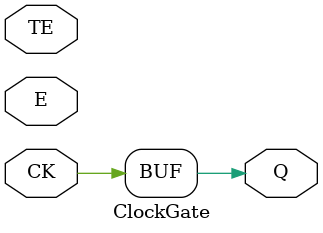
<source format=sv>

module ClockGate (
  input  wire TE,
  input  wire E,
  input  wire CK,
  output wire Q
);
  assign Q = CK;
endmodule

</source>
